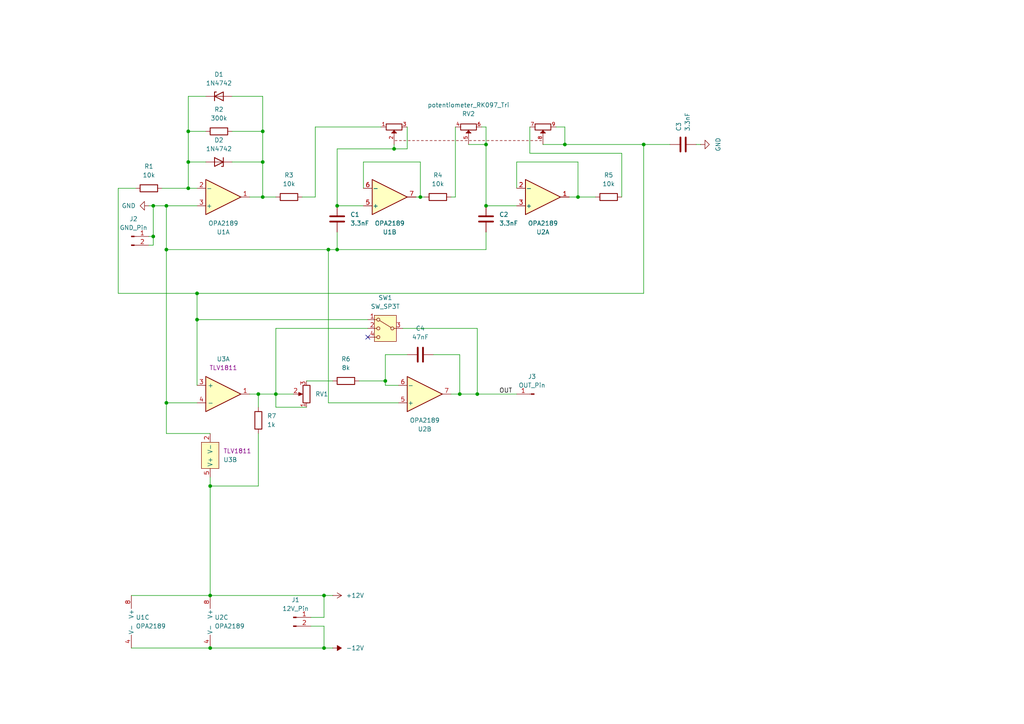
<source format=kicad_sch>
(kicad_sch (version 20241004) (generator "eeschema") (generator_version "8.99")
  (paper "A4")
  (title_block (title "Project nadeshiko: novice attempt at signal generator") (date "2024-11-16") (rev "2c") (comment 3 "RV1, RV2 == 10k"))
  (lib_symbols
    (symbol "Amplifier_Operational:OPA2196xD" (pin_names (offset 0.127))
      (property "Reference" "U" (at 2.54 6.35 0))
      (property "Value" "OPA2196xD" (at 2.54 3.81 0))
      (symbol "OPA2196xD_1_1"
        (polyline (pts (xy 5.08 0) (xy -5.08 5.08) (xy -5.08 -5.08) (xy 5.08 0)) (stroke (width 0.254)) (fill (type background)))
        (pin input line (at -7.62 2.54 0) (length 2.54) (name "+") (number "3"))
        (pin input line (at -7.62 -2.54 0) (length 2.54) (name "-") (number "2"))
        (pin output line (at 7.62 0 180) (length 2.54) (name "~") (number "1"))
      )
      (symbol "OPA2196xD_2_1"
        (polyline (pts (xy 5.08 0) (xy -5.08 5.08) (xy -5.08 -5.08) (xy 5.08 0)) (stroke (width 0.254)) (fill (type background)))
        (pin input line (at -7.62 2.54 0) (length 2.54) (name "+") (number "5"))
        (pin input line (at -7.62 -2.54 0) (length 2.54) (name "-") (number "6"))
        (pin output line (at 7.62 0 180) (length 2.54) (name "~") (number "7"))
      )
      (symbol "OPA2196xD_3_1"
        (pin power_in line (at 0 7.62 270) (length 3.81) (name "V+") (number "8"))
        (pin power_in line (at 0 -7.62 90) (length 3.81) (name "V-") (number "4"))
      )
    )
    (symbol "Connector:Conn_01x01_Pin" (pin_names (offset 1.016) (hide yes))
      (property "Reference" "J" (at 0 2.54 0))
      (property "Value" "Conn_01x01_Pin" (at 0 -2.54 0))
      (symbol "Conn_01x01_Pin_1_1"
        (rectangle (start 0.8636 0.127) (end 0 -0.127) (stroke (width 0.1524)) (fill (type outline)))
        (polyline (pts (xy 1.27 0) (xy 0.8636 0)) (stroke (width 0.1524)))
        (pin passive line (at 5.08 0 180) (length 3.81) (name "Pin_1") (number "1"))
      )
    )
    (symbol "Connector:Conn_01x02_Pin" (pin_names (offset 1.016) (hide yes))
      (property "Reference" "J" (at 0 2.54 0))
      (property "Value" "Conn_01x02_Pin" (at 0 -5.08 0))
      (symbol "Conn_01x02_Pin_1_1"
        (rectangle (start 0.8636 0.127) (end 0 -0.127) (stroke (width 0.1524)) (fill (type outline)))
        (rectangle (start 0.8636 -2.413) (end 0 -2.667) (stroke (width 0.1524)) (fill (type outline)))
        (polyline (pts (xy 1.27 0) (xy 0.8636 0)) (stroke (width 0.1524)))
        (polyline (pts (xy 1.27 -2.54) (xy 0.8636 -2.54)) (stroke (width 0.1524)))
        (pin passive line (at 5.08 0 180) (length 3.81) (name "Pin_1") (number "1"))
        (pin passive line (at 5.08 -2.54 180) (length 3.81) (name "Pin_2") (number "2"))
      )
    )
    (symbol "Device:C" (pin_numbers (hide yes)) (pin_names (offset 0.254))
      (property "Reference" "C" (at 0.635 2.54 0))
      (property "Value" "C" (at 0.635 -2.54 0))
      (symbol "C_0_1"
        (polyline (pts (xy -2.032 0.762) (xy 2.032 0.762)) (stroke (width 0.508)))
        (polyline (pts (xy -2.032 -0.762) (xy 2.032 -0.762)) (stroke (width 0.508)))
      )
      (symbol "C_1_1"
        (pin passive line (at 0 3.81 270) (length 2.794) (name "~") (number "1"))
        (pin passive line (at 0 -3.81 90) (length 2.794) (name "~") (number "2"))
      )
    )
    (symbol "Device:R" (pin_numbers (hide yes)) (pin_names (offset 0))
      (property "Reference" "R" (at 2.032 0 90))
      (property "Value" "R" (at 0 0 90))
      (symbol "R_0_1"
        (rectangle (start -1.016 -2.54) (end 1.016 2.54) (stroke (width 0.254)))
      )
      (symbol "R_1_1"
        (pin passive line (at 0 3.81 270) (length 1.27) (name "~") (number "1"))
        (pin passive line (at 0 -3.81 90) (length 1.27) (name "~") (number "2"))
      )
    )
    (symbol "Device:R_Potentiometer" (pin_names (offset 1.016) (hide yes))
      (property "Reference" "RV" (at -4.445 0 90))
      (property "Value" "R_Potentiometer" (at -2.54 0 90))
      (symbol "R_Potentiometer_0_1"
        (rectangle (start 1.016 2.54) (end -1.016 -2.54) (stroke (width 0.254)))
        (polyline (pts (xy 1.143 0) (xy 2.286 0.508) (xy 2.286 -0.508) (xy 1.143 0)) (fill (type outline)))
        (polyline (pts (xy 2.54 0) (xy 1.524 0)))
      )
      (symbol "R_Potentiometer_1_1"
        (pin passive line (at 0 3.81 270) (length 1.27) (name "1") (number "1"))
        (pin passive line (at 0 -3.81 90) (length 1.27) (name "3") (number "3"))
        (pin passive line (at 3.81 0 180) (length 1.27) (name "2") (number "2"))
      )
    )
    (symbol "Diode:1N47xxA" (pin_numbers (hide yes)) (pin_names (hide yes))
      (property "Reference" "D" (at 0 2.54 0))
      (property "Value" "1N47xxA" (at 0 -2.54 0))
      (symbol "1N47xxA_0_1"
        (polyline (pts (xy -1.27 -1.27) (xy -1.27 1.27) (xy -0.762 1.27)) (stroke (width 0.254)))
        (polyline (pts (xy 1.27 0) (xy -1.27 0)))
        (polyline (pts (xy 1.27 -1.27) (xy 1.27 1.27) (xy -1.27 0) (xy 1.27 -1.27)) (stroke (width 0.254)))
      )
      (symbol "1N47xxA_1_1"
        (pin passive line (at -3.81 0 0) (length 2.54) (name "K") (number "1"))
        (pin passive line (at 3.81 0 180) (length 2.54) (name "A") (number "2"))
      )
    )
    (symbol "PCM_4ms_IC:TLV171"
      (property "Reference" "U" (at 0 6.35 0))
      (property "Display" "TLV17x" (at 5.08 3.81 0))
      (symbol "TLV171_1_1"
        (polyline (pts (xy -5.08 5.08) (xy -5.08 -5.08) (xy 5.08 0) (xy -5.08 5.08)) (stroke (width 0.254)) (fill (type background)))
        (pin input line (at -7.62 2.54 0) (length 2.54) (name "+") (number "3"))
        (pin input line (at -7.62 -2.54 0) (length 2.54) (name "-") (number "4"))
        (pin output line (at 7.62 0 180) (length 2.54) (name "~") (number "1"))
      )
      (symbol "TLV171_2_1"
        (rectangle (start -5.08 3.81) (end 0 -3.81) (fill (type background)))
        (pin power_in line (at -2.54 6.35 270) (length 2.54) (name "V+") (number "5"))
        (pin power_in line (at -2.54 -6.35 90) (length 2.54) (name "V-") (number "2"))
      )
    )
    (symbol "PCM_SL_Devices:potentiometer_RK097_Tri"
      (property "Reference" "RV" (at 11.684 16.002 0))
      (property "Value" "potentiometer_RK097_Tri" (at 10.922 13.208 0))
      (symbol "potentiometer_RK097_Tri_0_1"
        (polyline (pts (xy -10.16 1.016) (xy -9.398 1.778) (xy -10.922 1.778) (xy -10.16 1.016) (xy -10.16 0.762)) (fill (type outline)))
        (polyline (pts (xy -9.906 3.937) (xy -9.271 3.937)))
        (polyline (pts (xy -8.636 3.937) (xy -8.001 3.937)))
        (rectangle (start -7.874 -0.889) (end -12.446 0.889) (stroke (width 0.24)))
        (polyline (pts (xy -7.366 3.937) (xy -6.731 3.937)))
        (polyline (pts (xy -6.096 3.937) (xy -5.461 3.937)))
        (polyline (pts (xy -4.826 3.937) (xy -4.191 3.937)))
        (polyline (pts (xy -3.556 3.937) (xy -2.921 3.937)))
        (polyline (pts (xy -2.286 3.937) (xy -1.651 3.937)))
        (polyline (pts (xy -1.016 3.937) (xy -0.381 3.937)))
        (polyline (pts (xy 0.254 3.937) (xy 0.889 3.937)))
        (polyline (pts (xy 1.524 3.937) (xy 2.159 3.937)))
        (polyline (pts (xy 2.794 3.937) (xy 3.429 3.937)))
        (polyline (pts (xy 4.064 3.937) (xy 4.699 3.937)))
        (polyline (pts (xy 5.334 3.937) (xy 5.969 3.937)))
        (polyline (pts (xy 6.604 3.937) (xy 7.239 3.937)))
        (polyline (pts (xy 7.874 3.937) (xy 8.509 3.937)))
        (polyline (pts (xy 9.144 3.937) (xy 9.779 3.937)))
        (rectangle (start 9.144 0.889) (end 13.716 -0.889) (stroke (width 0.24)))
        (polyline (pts (xy 10.414 3.937) (xy 11.049 3.937)))
        (polyline (pts (xy 11.43 1.016) (xy 12.192 1.778) (xy 10.668 1.778) (xy 11.43 1.016) (xy 11.43 0.762)) (fill (type outline)))
        (polyline (pts (xy 11.684 3.937) (xy 12.319 3.937)))
        (polyline (pts (xy 12.954 3.937) (xy 13.589 3.937)))
        (polyline (pts (xy 14.224 3.937) (xy 14.859 3.937)))
        (polyline (pts (xy 15.494 3.937) (xy 16.129 3.937)))
        (polyline (pts (xy 16.764 3.937) (xy 17.399 3.937)))
        (polyline (pts (xy 18.034 3.937) (xy 18.669 3.937)))
        (polyline (pts (xy 19.304 3.937) (xy 19.939 3.937)))
        (polyline (pts (xy 20.574 3.937) (xy 21.209 3.937)))
        (polyline (pts (xy 21.844 3.937) (xy 22.479 3.937)))
        (polyline (pts (xy 23.114 3.937) (xy 23.749 3.937)))
        (polyline (pts (xy 24.384 3.937) (xy 25.019 3.937)))
        (polyline (pts (xy 25.654 3.937) (xy 26.289 3.937)))
        (polyline (pts (xy 26.924 3.937) (xy 27.559 3.937)))
        (polyline (pts (xy 28.194 3.937) (xy 28.829 3.937)))
        (polyline (pts (xy 29.464 3.937) (xy 30.099 3.937)))
        (polyline (pts (xy 30.734 3.937) (xy 31.369 3.937)))
        (polyline (pts (xy 32.004 3.937) (xy 32.639 3.937)))
        (polyline (pts (xy 33.02 1.016) (xy 33.782 1.778) (xy 32.258 1.778) (xy 33.02 1.016) (xy 33.02 0.762)) (fill (type outline)))
        (rectangle (start 35.306 -0.889) (end 30.734 0.889) (stroke (width 0.24)))
      )
      (symbol "potentiometer_RK097_Tri_1_1"
        (pin passive line (at -13.97 0 0) (length 1.5) (name "~") (number "1"))
        (pin passive line (at -10.16 5.08 270) (length 4) (name "~") (number "2"))
        (pin passive line (at -6.35 0 180) (length 1.5) (name "~") (number "3"))
        (pin passive line (at 7.62 0 0) (length 1.5) (name "~") (number "4"))
        (pin passive line (at 11.43 5.08 270) (length 4) (name "~") (number "5"))
        (pin passive line (at 15.24 0 180) (length 1.5) (name "~") (number "6"))
        (pin passive line (at 29.21 0 0) (length 1.5) (name "~") (number "7"))
        (pin passive line (at 33.02 5.08 270) (length 4) (name "~") (number "8"))
        (pin passive line (at 36.83 0 180) (length 1.5) (name "~") (number "9"))
      )
    )
    (symbol "Switch:SW_SP3T" (pin_names (offset 0) (hide yes))
      (property "Reference" "SW" (at 0 5.08 0))
      (property "Value" "SW_SP3T" (at 0 -5.08 0))
      (symbol "SW_SP3T_0_1"
        (circle (center -2.032 0) (radius 0.4572))
        (polyline (pts (xy -1.651 0.254) (xy 1.651 2.286)))
        (circle (center 2.032 2.54) (radius 0.4572))
        (circle (center 2.032 0) (radius 0.4572))
        (circle (center 2.032 -2.54) (radius 0.4572))
      )
      (symbol "SW_SP3T_1_1"
        (rectangle (start -3.175 3.81) (end 3.175 -3.81) (fill (type background)))
        (pin passive line (at -5.08 0 0) (length 2.54) (name "3") (number "3"))
        (pin passive line (at 5.08 2.54 180) (length 2.54) (name "1") (number "1"))
        (pin passive line (at 5.08 0 180) (length 2.54) (name "2") (number "2"))
        (pin passive line (at 5.08 -2.54 180) (length 2.54) (name "4") (number "4"))
      )
    )
    (symbol "power:+12V" (power) (pin_numbers (hide yes)) (pin_names (offset 0) (hide yes))
      (property "Value" "+12V" (at 0 3.556 0))
      (symbol "+12V_0_1"
        (polyline (pts (xy -0.762 1.27) (xy 0 2.54)))
        (polyline (pts (xy 0 2.54) (xy 0.762 1.27)))
        (polyline (pts (xy 0 0) (xy 0 2.54)))
      )
      (symbol "+12V_1_1"
        (pin power_in line (at 0 0 90) (length 0) (name "~") (number "1"))
      )
    )
    (symbol "power:-12V" (power) (pin_numbers (hide yes)) (pin_names (offset 0) (hide yes))
      (property "Value" "-12V" (at 0 3.556 0))
      (symbol "-12V_0_0"
        (pin power_in line (at 0 0 90) (length 0) (name "~") (number "1"))
      )
      (symbol "-12V_0_1"
        (polyline (pts (xy 0 0) (xy 0 1.27) (xy 0.762 1.27) (xy 0 2.54) (xy -0.762 1.27) (xy 0 1.27)) (fill (type outline)))
      )
    )
    (symbol "power:GND" (power) (pin_numbers (hide yes)) (pin_names (offset 0) (hide yes))
      (property "Value" "GND" (at 0 -3.81 0))
      (symbol "GND_0_1"
        (polyline (pts (xy 0 0) (xy 0 -1.27) (xy 1.27 -1.27) (xy 0 -2.54) (xy -1.27 -1.27) (xy 0 -1.27)))
      )
      (symbol "GND_1_1"
        (pin power_in line (at 0 0 270) (length 0) (name "~") (number "1"))
      )
    )
  )
  (junction (at 93.98 172.72))
  (junction (at 54.61 38.1))
  (junction (at 111.76 110.49))
  (junction (at 44.45 68.58))
  (junction (at 80.01 114.3))
  (junction (at 114.3 43.18))
  (junction (at 167.64 57.15))
  (junction (at 44.45 59.69))
  (junction (at 76.2 38.1))
  (junction (at 54.61 46.99))
  (junction (at 76.2 57.15))
  (junction (at 74.93 114.3))
  (junction (at 57.15 92.71))
  (junction (at 138.43 114.3))
  (junction (at 93.98 187.96))
  (junction (at 186.69 41.91))
  (junction (at 76.2 46.99))
  (junction (at 48.26 59.69))
  (junction (at 163.83 41.91))
  (junction (at 48.26 116.84))
  (junction (at 97.79 59.69))
  (junction (at 140.97 41.91))
  (junction (at 95.25 72.39))
  (junction (at 57.15 85.09))
  (junction (at 48.26 72.39))
  (junction (at 121.92 57.15))
  (junction (at 54.61 54.61))
  (junction (at 60.96 140.97))
  (junction (at 97.79 72.39))
  (junction (at 60.96 172.72))
  (junction (at 60.96 187.96))
  (junction (at 140.97 59.69))
  (junction (at 133.35 114.3))
  (no_connect (at 106.68 97.79))
  (wire (pts (xy 167.64 46.99) (xy 167.64 57.15)))
  (wire (pts (xy 48.26 59.69) (xy 48.26 72.39)))
  (wire (pts (xy 57.15 92.71) (xy 106.68 92.71)))
  (wire (pts (xy 80.01 118.11) (xy 80.01 114.3)))
  (wire (pts (xy 132.08 36.83) (xy 132.08 57.15)))
  (wire (pts (xy 121.92 57.15) (xy 123.19 57.15)))
  (wire (pts (xy 60.96 187.96) (xy 93.98 187.96)))
  (wire (pts (xy 60.96 125.73) (xy 48.26 125.73)))
  (wire (pts (xy 118.11 36.83) (xy 118.11 43.18)))
  (wire (pts (xy 139.7 36.83) (xy 140.97 36.83)))
  (wire (pts (xy 157.48 41.91) (xy 163.83 41.91)))
  (wire (pts (xy 138.43 114.3) (xy 149.86 114.3)))
  (wire (pts (xy 120.65 57.15) (xy 121.92 57.15)))
  (wire (pts (xy 149.86 54.61) (xy 149.86 46.99)))
  (wire (pts (xy 74.93 114.3) (xy 80.01 114.3)))
  (wire (pts (xy 114.3 43.18) (xy 97.79 43.18)))
  (wire (pts (xy 97.79 67.31) (xy 97.79 72.39)))
  (wire (pts (xy 111.76 110.49) (xy 111.76 111.76)))
  (wire (pts (xy 76.2 38.1) (xy 76.2 46.99)))
  (wire (pts (xy 161.29 36.83) (xy 163.83 36.83)))
  (wire (pts (xy 105.41 54.61) (xy 105.41 46.99)))
  (wire (pts (xy 57.15 85.09) (xy 186.69 85.09)))
  (wire (pts (xy 91.44 57.15) (xy 91.44 36.83)))
  (wire (pts (xy 74.93 140.97) (xy 60.96 140.97)))
  (wire (pts (xy 118.11 43.18) (xy 114.3 43.18)))
  (wire (pts (xy 186.69 41.91) (xy 186.69 85.09)))
  (wire (pts (xy 80.01 95.25) (xy 106.68 95.25)))
  (wire (pts (xy 93.98 181.61) (xy 93.98 187.96)))
  (wire (pts (xy 76.2 27.94) (xy 76.2 38.1)))
  (wire (pts (xy 57.15 116.84) (xy 48.26 116.84)))
  (wire (pts (xy 149.86 46.99) (xy 167.64 46.99)))
  (wire (pts (xy 57.15 85.09) (xy 57.15 92.71)))
  (wire (pts (xy 116.84 95.25) (xy 138.43 95.25)))
  (wire (pts (xy 167.64 57.15) (xy 172.72 57.15)))
  (wire (pts (xy 140.97 59.69) (xy 149.86 59.69)))
  (wire (pts (xy 48.26 72.39) (xy 95.25 72.39)))
  (wire (pts (xy 80.01 114.3) (xy 85.09 114.3)))
  (wire (pts (xy 54.61 27.94) (xy 54.61 38.1)))
  (wire (pts (xy 88.9 118.11) (xy 80.01 118.11)))
  (wire (pts (xy 95.25 116.84) (xy 115.57 116.84)))
  (wire (pts (xy 48.26 72.39) (xy 48.26 116.84)))
  (wire (pts (xy 76.2 57.15) (xy 80.01 57.15)))
  (wire (pts (xy 44.45 59.69) (xy 48.26 59.69)))
  (wire (pts (xy 76.2 57.15) (xy 72.39 57.15)))
  (wire (pts (xy 153.67 44.45) (xy 153.67 36.83)))
  (wire (pts (xy 38.1 187.96) (xy 60.96 187.96)))
  (wire (pts (xy 163.83 41.91) (xy 186.69 41.91)))
  (wire (pts (xy 54.61 46.99) (xy 59.69 46.99)))
  (wire (pts (xy 186.69 41.91) (xy 194.31 41.91)))
  (wire (pts (xy 43.18 68.58) (xy 44.45 68.58)))
  (wire (pts (xy 118.11 102.87) (xy 111.76 102.87)))
  (wire (pts (xy 60.96 138.43) (xy 60.96 140.97)))
  (wire (pts (xy 167.64 57.15) (xy 165.1 57.15)))
  (wire (pts (xy 93.98 179.07) (xy 93.98 172.72)))
  (wire (pts (xy 130.81 114.3) (xy 133.35 114.3)))
  (wire (pts (xy 121.92 46.99) (xy 121.92 57.15)))
  (wire (pts (xy 54.61 38.1) (xy 54.61 46.99)))
  (wire (pts (xy 34.29 54.61) (xy 39.37 54.61)))
  (wire (pts (xy 111.76 102.87) (xy 111.76 110.49)))
  (wire (pts (xy 38.1 172.72) (xy 60.96 172.72)))
  (wire (pts (xy 59.69 27.94) (xy 54.61 27.94)))
  (wire (pts (xy 87.63 57.15) (xy 91.44 57.15)))
  (wire (pts (xy 60.96 140.97) (xy 60.96 172.72)))
  (wire (pts (xy 135.89 41.91) (xy 140.97 41.91)))
  (wire (pts (xy 95.25 116.84) (xy 95.25 72.39)))
  (wire (pts (xy 133.35 114.3) (xy 133.35 102.87)))
  (wire (pts (xy 138.43 95.25) (xy 138.43 114.3)))
  (wire (pts (xy 44.45 68.58) (xy 44.45 59.69)))
  (wire (pts (xy 130.81 57.15) (xy 132.08 57.15)))
  (wire (pts (xy 88.9 110.49) (xy 96.52 110.49)))
  (wire (pts (xy 93.98 187.96) (xy 96.52 187.96)))
  (wire (pts (xy 44.45 71.12) (xy 44.45 68.58)))
  (wire (pts (xy 97.79 59.69) (xy 105.41 59.69)))
  (wire (pts (xy 48.26 59.69) (xy 57.15 59.69)))
  (wire (pts (xy 34.29 85.09) (xy 34.29 54.61)))
  (wire (pts (xy 111.76 111.76) (xy 115.57 111.76)))
  (wire (pts (xy 80.01 95.25) (xy 80.01 114.3)))
  (wire (pts (xy 57.15 85.09) (xy 34.29 85.09)))
  (wire (pts (xy 74.93 125.73) (xy 74.93 140.97)))
  (wire (pts (xy 72.39 114.3) (xy 74.93 114.3)))
  (wire (pts (xy 90.17 181.61) (xy 93.98 181.61)))
  (wire (pts (xy 140.97 41.91) (xy 140.97 59.69)))
  (wire (pts (xy 105.41 46.99) (xy 121.92 46.99)))
  (wire (pts (xy 54.61 46.99) (xy 54.61 54.61)))
  (wire (pts (xy 43.18 59.69) (xy 44.45 59.69)))
  (wire (pts (xy 76.2 46.99) (xy 76.2 57.15)))
  (wire (pts (xy 93.98 172.72) (xy 96.52 172.72)))
  (wire (pts (xy 67.31 38.1) (xy 76.2 38.1)))
  (wire (pts (xy 67.31 27.94) (xy 76.2 27.94)))
  (wire (pts (xy 140.97 36.83) (xy 140.97 41.91)))
  (wire (pts (xy 140.97 67.31) (xy 140.97 72.39)))
  (wire (pts (xy 59.69 38.1) (xy 54.61 38.1)))
  (wire (pts (xy 97.79 72.39) (xy 140.97 72.39)))
  (wire (pts (xy 74.93 114.3) (xy 74.93 118.11)))
  (wire (pts (xy 114.3 41.91) (xy 114.3 43.18)))
  (wire (pts (xy 43.18 71.12) (xy 44.45 71.12)))
  (wire (pts (xy 46.99 54.61) (xy 54.61 54.61)))
  (wire (pts (xy 104.14 110.49) (xy 111.76 110.49)))
  (wire (pts (xy 133.35 114.3) (xy 138.43 114.3)))
  (wire (pts (xy 163.83 36.83) (xy 163.83 41.91)))
  (wire (pts (xy 90.17 179.07) (xy 93.98 179.07)))
  (wire (pts (xy 125.73 102.87) (xy 133.35 102.87)))
  (wire (pts (xy 180.34 44.45) (xy 153.67 44.45)))
  (wire (pts (xy 180.34 57.15) (xy 180.34 44.45)))
  (wire (pts (xy 67.31 46.99) (xy 76.2 46.99)))
  (wire (pts (xy 57.15 92.71) (xy 57.15 111.76)))
  (wire (pts (xy 201.93 41.91) (xy 203.2 41.91)))
  (wire (pts (xy 54.61 54.61) (xy 57.15 54.61)))
  (wire (pts (xy 91.44 36.83) (xy 110.49 36.83)))
  (wire (pts (xy 60.96 172.72) (xy 93.98 172.72)))
  (wire (pts (xy 97.79 43.18) (xy 97.79 59.69)))
  (wire (pts (xy 48.26 125.73) (xy 48.26 116.84)))
  (wire (pts (xy 95.25 72.39) (xy 97.79 72.39)))
  (label "OUT" (at 144.78 114.3 0))
  (symbol (lib_id "Amplifier_Operational:OPA2196xD") (at 38.1 180.34 0) (unit 3)
    (property "Reference" "U1" (at 39.37 179.0699 0) (effects (justify left)))
    (property "Value" "OPA2189" (at 39.37 181.6099 0) (effects (justify left)))
    (property "Footprint" "Package_SO:SOIC-8_3.9x4.9mm_P1.27mm" (effects (hide yes)))
    (property "Datasheet" "http://www.ti.com/lit/ds/symlink/opa4196.pdf" (effects (hide yes)))
    (property "Description" "Dual, Low-Power, Low Offset Voltage, Rail-to-Rail Operational Amplifier, SOIC-8" (effects (hide yes)))
  )
  (symbol (lib_id "Device:R") (at 83.82 57.15 90) (unit 1)
    (property "Reference" "R3" (at 83.82 50.8 90))
    (property "Value" "10k" (at 83.82 53.34 90))
    (property "Footprint" "Resistor_SMD:R_0805_2012Metric_Pad1.20x1.40mm_HandSolder" (effects (hide yes)))
    (property "Description" "Resistor" (effects (hide yes)))
  )
  (symbol (lib_id "Device:C") (at 140.97 63.5 0) (unit 1)
    (property "Reference" "C2" (at 144.78 62.2299 0) (effects (justify left)))
    (property "Value" "3.3nF" (at 144.78 64.7699 0) (effects (justify left)))
    (property "Footprint" "Capacitor_SMD:C_0805_2012Metric_Pad1.18x1.45mm_HandSolder" (effects (hide yes)))
    (property "Description" "Unpolarized capacitor" (effects (hide yes)))
  )
  (symbol (lib_id "Device:C") (at 121.92 102.87 90) (unit 1)
    (property "Reference" "C4" (at 121.92 95.25 90))
    (property "Value" "47nF" (at 121.92 97.79 90))
    (property "Footprint" "Capacitor_SMD:C_0805_2012Metric_Pad1.18x1.45mm_HandSolder" (effects (hide yes)))
    (property "Description" "Unpolarized capacitor" (effects (hide yes)))
  )
  (symbol (lib_id "power:-12V") (at 96.52 187.96 270) (unit 1)
    (property "Reference" "#PWR08" (effects (hide yes)))
    (property "Value" "-12V" (at 100.33 187.9599 90) (effects (justify left)))
    (property "Description" "Power symbol creates a global label with name \"-12V\"" (effects (hide yes)))
  )
  (symbol (lib_id "power:+12V") (at 96.52 172.72 270) (unit 1)
    (property "Reference" "#PWR07" (effects (hide yes)))
    (property "Value" "+12V" (at 100.33 172.7199 90) (effects (justify left)))
    (property "Description" "Power symbol creates a global label with name \"+12V\"" (effects (hide yes)))
  )
  (symbol (lib_id "PCM_4ms_IC:TLV171") (at 63.5 132.08 0) (mirror x) (unit 2)
    (property "Reference" "U3" (at 64.77 133.3501 0) (effects (justify left)))
    (property "Value" "TLV1811" (effects (hide yes)))
    (property "Footprint" "Package_TO_SOT_SMD:SOT-23-5_HandSoldering" (effects (hide yes)))
    (property "Datasheet" "https://www.ti.com/lit/ds/symlink/tlv171.pdf?HQS=dis-mous-null-mousermode-dsf-pf-null-wwe&ts=1637109957038&ref_url=https%253A%252F%252Fwww.mouser.com%252F" (effects (hide yes)))
    (property "Description" "TLV171, Vsupply +/-20Vmax," (effects (hide yes)))
    (property "Specifications" "Single opamp, Vsupply >=24V, pinout 3+ 4- 1out" (effects (hide yes)))
    (property "Manufacturer" "Texas Instruments" (effects (hide yes)))
    (property "Part Number" "TLV171IDVBR" (effects (hide yes)))
    (property "Display" "TLV1811" (at 64.77 130.8101 0) (effects (justify left)))
  )
  (symbol (lib_id "PCM_SL_Devices:potentiometer_RK097_Tri") (at 124.46 36.83 0) (mirror x) (unit 1)
    (property "Reference" "RV2" (at 135.89 33.02 0))
    (property "Value" "potentiometer_RK097_Tri" (at 135.89 30.48 0))
    (property "Footprint" "custom_library:potentiometer_RK097_Tri" (effects (hide yes)))
    (property "Description" "potentiometer RK097, Tri line" (effects (hide yes)))
  )
  (symbol (lib_id "Diode:1N47xxA") (at 63.5 27.94 0) (unit 1)
    (property "Reference" "D1" (at 63.5 21.59 0))
    (property "Value" "1N4742" (at 63.5 24.13 0))
    (property "Footprint" "Diode_THT:D_DO-41_SOD81_P10.16mm_Horizontal" (effects (hide yes)))
    (property "Datasheet" "https://www.vishay.com/docs/85816/1n4728a.pdf" (effects (hide yes)))
    (property "Description" "1300mW Silicon planar power Zener diodes, DO-41" (effects (hide yes)))
  )
  (symbol (lib_id "Connector:Conn_01x01_Pin") (at 154.94 114.3 180) (unit 1)
    (property "Reference" "J3" (at 154.305 109.22 0))
    (property "Value" "OUT_Pin" (at 154.305 111.76 0))
    (property "Footprint" "Connector_PinHeader_2.54mm:PinHeader_1x01_P2.54mm_Vertical" (effects (hide yes)))
    (property "Description" "Generic connector, single row, 01x01, script generated" (effects (hide yes)))
  )
  (symbol (lib_id "Diode:1N47xxA") (at 63.5 46.99 180) (unit 1)
    (property "Reference" "D2" (at 63.5 40.64 0))
    (property "Value" "1N4742" (at 63.5 43.18 0))
    (property "Footprint" "Diode_THT:D_DO-41_SOD81_P10.16mm_Horizontal" (effects (hide yes)))
    (property "Datasheet" "https://www.vishay.com/docs/85816/1n4728a.pdf" (effects (hide yes)))
    (property "Description" "1300mW Silicon planar power Zener diodes, DO-41" (effects (hide yes)))
  )
  (symbol (lib_id "Device:R") (at 100.33 110.49 90) (unit 1)
    (property "Reference" "R6" (at 100.33 104.14 90))
    (property "Value" "8k" (at 100.33 106.68 90))
    (property "Footprint" "Resistor_SMD:R_0805_2012Metric_Pad1.20x1.40mm_HandSolder" (effects (hide yes)))
    (property "Description" "Resistor" (effects (hide yes)))
  )
  (symbol (lib_id "Amplifier_Operational:OPA2196xD") (at 123.19 114.3 0) (mirror x) (unit 2)
    (property "Reference" "U2" (at 123.19 124.46 0))
    (property "Value" "OPA2189" (at 123.19 121.92 0))
    (property "Footprint" "Package_SO:SOIC-8_3.9x4.9mm_P1.27mm" (effects (hide yes)))
    (property "Datasheet" "http://www.ti.com/lit/ds/symlink/opa4196.pdf" (effects (hide yes)))
    (property "Description" "Dual, Low-Power, Low Offset Voltage, Rail-to-Rail Operational Amplifier, SOIC-8" (effects (hide yes)))
  )
  (symbol (lib_id "Device:R") (at 127 57.15 90) (unit 1)
    (property "Reference" "R4" (at 127 50.8 90))
    (property "Value" "10k" (at 127 53.34 90))
    (property "Footprint" "Resistor_SMD:R_0805_2012Metric_Pad1.20x1.40mm_HandSolder" (effects (hide yes)))
    (property "Description" "Resistor" (effects (hide yes)))
  )
  (symbol (lib_id "PCM_4ms_IC:TLV171") (at 64.77 114.3 0) (unit 1)
    (property "Reference" "U3" (at 64.77 104.14 0))
    (property "Value" "TLV1811" (effects (hide yes)))
    (property "Footprint" "Package_TO_SOT_SMD:SOT-23-5_HandSoldering" (effects (hide yes)))
    (property "Datasheet" "https://www.ti.com/lit/ds/symlink/tlv171.pdf?HQS=dis-mous-null-mousermode-dsf-pf-null-wwe&ts=1637109957038&ref_url=https%253A%252F%252Fwww.mouser.com%252F" (effects (hide yes)))
    (property "Description" "TLV171, Vsupply +/-20Vmax," (effects (hide yes)))
    (property "Specifications" "Single opamp, Vsupply >=24V, pinout 3+ 4- 1out" (effects (hide yes)))
    (property "Manufacturer" "Texas Instruments" (effects (hide yes)))
    (property "Part Number" "TLV171IDVBR" (effects (hide yes)))
    (property "Display" "TLV1811" (at 64.77 106.68 0))
  )
  (symbol (lib_id "Device:R") (at 63.5 38.1 90) (unit 1)
    (property "Reference" "R2" (at 63.5 31.75 90))
    (property "Value" "300k" (at 63.5 34.29 90))
    (property "Footprint" "Resistor_SMD:R_0805_2012Metric_Pad1.20x1.40mm_HandSolder" (effects (hide yes)))
    (property "Description" "Resistor" (effects (hide yes)))
  )
  (symbol (lib_id "Switch:SW_SP3T") (at 111.76 95.25 0) (mirror y) (unit 1)
    (property "Reference" "SW1" (at 111.76 86.36 0))
    (property "Value" "SW_SP3T" (at 111.76 88.9 0))
    (property "Footprint" "Button_Switch_SMD:SW_SP3T_PCM13" (effects (hide yes)))
    (property "Description" "Switch, three position, single pole triple throw, 3 position switch, SP3T" (effects (hide yes)))
  )
  (symbol (lib_id "Device:C") (at 97.79 63.5 0) (unit 1)
    (property "Reference" "C1" (at 101.6 62.2299 0) (effects (justify left)))
    (property "Value" "3.3nF" (at 101.6 64.7699 0) (effects (justify left)))
    (property "Footprint" "Capacitor_SMD:C_0805_2012Metric_Pad1.18x1.45mm_HandSolder" (effects (hide yes)))
    (property "Description" "Unpolarized capacitor" (effects (hide yes)))
  )
  (symbol (lib_id "Device:R") (at 43.18 54.61 90) (unit 1)
    (property "Reference" "R1" (at 43.18 48.26 90))
    (property "Value" "10k" (at 43.18 50.8 90))
    (property "Footprint" "Resistor_SMD:R_0805_2012Metric_Pad1.20x1.40mm_HandSolder" (effects (hide yes)))
    (property "Description" "Resistor" (effects (hide yes)))
  )
  (symbol (lib_id "Amplifier_Operational:OPA2196xD") (at 113.03 57.15 0) (mirror x) (unit 2)
    (property "Reference" "U1" (at 113.03 67.31 0))
    (property "Value" "OPA2189" (at 113.03 64.77 0))
    (property "Footprint" "Package_SO:SOIC-8_3.9x4.9mm_P1.27mm" (effects (hide yes)))
    (property "Datasheet" "http://www.ti.com/lit/ds/symlink/opa4196.pdf" (effects (hide yes)))
    (property "Description" "Dual, Low-Power, Low Offset Voltage, Rail-to-Rail Operational Amplifier, SOIC-8" (effects (hide yes)))
  )
  (symbol (lib_id "power:GND") (at 43.18 59.69 270) (unit 1)
    (property "Reference" "#PWR04" (effects (hide yes)))
    (property "Value" "GND" (at 39.37 59.6899 90) (effects (justify right)))
    (property "Description" "Power symbol creates a global label with name \"GND\" , ground" (effects (hide yes)))
  )
  (symbol (lib_id "Device:C") (at 198.12 41.91 90) (unit 1)
    (property "Reference" "C3" (at 196.8499 38.1 0) (effects (justify left)))
    (property "Value" "3.3nF" (at 199.3899 38.1 0) (effects (justify left)))
    (property "Footprint" "Capacitor_SMD:C_0805_2012Metric_Pad1.18x1.45mm_HandSolder" (effects (hide yes)))
    (property "Description" "Unpolarized capacitor" (effects (hide yes)))
  )
  (symbol (lib_id "power:GND") (at 203.2 41.91 90) (unit 1)
    (property "Reference" "#PWR03" (effects (hide yes)))
    (property "Value" "GND" (at 208.28 41.91 0))
    (property "Description" "Power symbol creates a global label with name \"GND\" , ground" (effects (hide yes)))
  )
  (symbol (lib_id "Device:R") (at 74.93 121.92 180) (unit 1)
    (property "Reference" "R7" (at 77.47 120.6499 0) (effects (justify right)))
    (property "Value" "1k" (at 77.47 123.1899 0) (effects (justify right)))
    (property "Footprint" "Resistor_SMD:R_0805_2012Metric_Pad1.20x1.40mm_HandSolder" (effects (hide yes)))
    (property "Description" "Resistor" (effects (hide yes)))
  )
  (symbol (lib_id "Device:R_Potentiometer") (at 88.9 114.3 180) (unit 1)
    (property "Reference" "RV1" (at 91.44 114.2999 0) (effects (justify right)))
    (property "Value" "R_Potentiometer" (effects (hide yes)))
    (property "Footprint" "Potentiometer_THT:Potentiometer_Bourns_3296W_Vertical" (effects (hide yes)))
    (property "Description" "Potentiometer" (effects (hide yes)))
  )
  (symbol (lib_id "Amplifier_Operational:OPA2196xD") (at 60.96 180.34 0) (unit 3)
    (property "Reference" "U2" (at 62.23 179.0699 0) (effects (justify left)))
    (property "Value" "OPA2189" (at 62.23 181.6099 0) (effects (justify left)))
    (property "Footprint" "Package_SO:SOIC-8_3.9x4.9mm_P1.27mm" (effects (hide yes)))
    (property "Datasheet" "http://www.ti.com/lit/ds/symlink/opa4196.pdf" (effects (hide yes)))
    (property "Description" "Dual, Low-Power, Low Offset Voltage, Rail-to-Rail Operational Amplifier, SOIC-8" (effects (hide yes)))
  )
  (symbol (lib_id "Amplifier_Operational:OPA2196xD") (at 157.48 57.15 0) (mirror x) (unit 1)
    (property "Reference" "U2" (at 157.48 67.31 0))
    (property "Value" "OPA2189" (at 157.48 64.77 0))
    (property "Footprint" "Package_SO:SOIC-8_3.9x4.9mm_P1.27mm" (effects (hide yes)))
    (property "Datasheet" "http://www.ti.com/lit/ds/symlink/opa4196.pdf" (effects (hide yes)))
    (property "Description" "Dual, Low-Power, Low Offset Voltage, Rail-to-Rail Operational Amplifier, SOIC-8" (effects (hide yes)))
  )
  (symbol (lib_id "Device:R") (at 176.53 57.15 90) (unit 1)
    (property "Reference" "R5" (at 176.53 50.8 90))
    (property "Value" "10k" (at 176.53 53.34 90))
    (property "Footprint" "Resistor_SMD:R_0805_2012Metric_Pad1.20x1.40mm_HandSolder" (effects (hide yes)))
    (property "Description" "Resistor" (effects (hide yes)))
  )
  (symbol (lib_id "Amplifier_Operational:OPA2196xD") (at 64.77 57.15 0) (mirror x) (unit 1)
    (property "Reference" "U1" (at 64.77 67.31 0))
    (property "Value" "OPA2189" (at 64.77 64.77 0))
    (property "Footprint" "Package_SO:SOIC-8_3.9x4.9mm_P1.27mm" (effects (hide yes)))
    (property "Datasheet" "http://www.ti.com/lit/ds/symlink/opa4196.pdf" (effects (hide yes)))
    (property "Description" "Dual, Low-Power, Low Offset Voltage, Rail-to-Rail Operational Amplifier, SOIC-8" (effects (hide yes)))
  )
  (symbol (lib_id "Connector:Conn_01x02_Pin") (at 38.1 68.58 0) (unit 1)
    (property "Reference" "J2" (at 38.735 63.5 0))
    (property "Value" "GND_Pin" (at 38.735 66.04 0))
    (property "Footprint" "Connector_PinHeader_2.54mm:PinHeader_1x02_P2.54mm_Vertical" (effects (hide yes)))
    (property "Description" "Generic connector, single row, 01x02, script generated" (effects (hide yes)))
  )
  (symbol (lib_id "Connector:Conn_01x02_Pin") (at 85.09 179.07 0) (unit 1)
    (property "Reference" "J1" (at 85.725 173.99 0))
    (property "Value" "12V_Pin" (at 85.725 176.53 0))
    (property "Footprint" "Connector_PinHeader_2.54mm:PinHeader_1x02_P2.54mm_Vertical" (effects (hide yes)))
    (property "Description" "Generic connector, single row, 01x02, script generated" (effects (hide yes)))
  )
)
</source>
